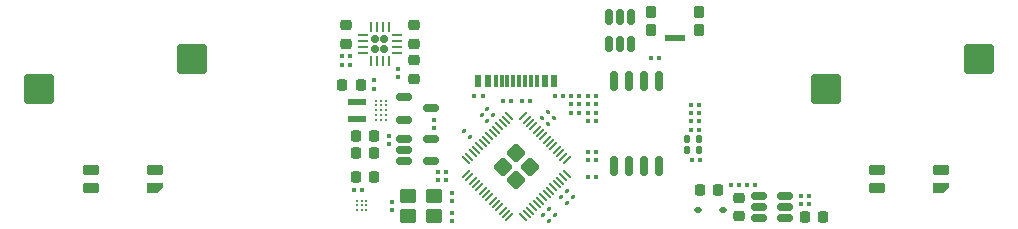
<source format=gbp>
%TF.GenerationSoftware,KiCad,Pcbnew,9.0.3*%
%TF.CreationDate,2025-07-18T01:49:26-04:00*%
%TF.ProjectId,board,626f6172-642e-46b6-9963-61645f706362,rev?*%
%TF.SameCoordinates,Original*%
%TF.FileFunction,Paste,Bot*%
%TF.FilePolarity,Positive*%
%FSLAX46Y46*%
G04 Gerber Fmt 4.6, Leading zero omitted, Abs format (unit mm)*
G04 Created by KiCad (PCBNEW 9.0.3) date 2025-07-18 01:49:26*
%MOMM*%
%LPD*%
G01*
G04 APERTURE LIST*
G04 Aperture macros list*
%AMRoundRect*
0 Rectangle with rounded corners*
0 $1 Rounding radius*
0 $2 $3 $4 $5 $6 $7 $8 $9 X,Y pos of 4 corners*
0 Add a 4 corners polygon primitive as box body*
4,1,4,$2,$3,$4,$5,$6,$7,$8,$9,$2,$3,0*
0 Add four circle primitives for the rounded corners*
1,1,$1+$1,$2,$3*
1,1,$1+$1,$4,$5*
1,1,$1+$1,$6,$7*
1,1,$1+$1,$8,$9*
0 Add four rect primitives between the rounded corners*
20,1,$1+$1,$2,$3,$4,$5,0*
20,1,$1+$1,$4,$5,$6,$7,0*
20,1,$1+$1,$6,$7,$8,$9,0*
20,1,$1+$1,$8,$9,$2,$3,0*%
%AMFreePoly0*
4,1,18,-0.410000,0.593000,-0.403758,0.624380,-0.385983,0.650983,-0.359380,0.668758,-0.328000,0.675000,0.328000,0.675000,0.359380,0.668758,0.385983,0.650983,0.403758,0.624380,0.410000,0.593000,0.410000,-0.593000,0.403758,-0.624380,0.385983,-0.650983,0.359380,-0.668758,0.328000,-0.675000,0.000000,-0.675000,-0.410000,-0.265000,-0.410000,0.593000,-0.410000,0.593000,$1*%
G04 Aperture macros list end*
%ADD10RoundRect,0.250000X-1.025000X-1.000000X1.025000X-1.000000X1.025000X1.000000X-1.025000X1.000000X0*%
%ADD11RoundRect,0.079500X0.100500X-0.079500X0.100500X0.079500X-0.100500X0.079500X-0.100500X-0.079500X0*%
%ADD12RoundRect,0.140000X0.140000X0.170000X-0.140000X0.170000X-0.140000X-0.170000X0.140000X-0.170000X0*%
%ADD13RoundRect,0.079500X-0.079500X-0.100500X0.079500X-0.100500X0.079500X0.100500X-0.079500X0.100500X0*%
%ADD14RoundRect,0.079500X0.079500X0.100500X-0.079500X0.100500X-0.079500X-0.100500X0.079500X-0.100500X0*%
%ADD15RoundRect,0.079500X-0.127279X-0.014849X-0.014849X-0.127279X0.127279X0.014849X0.014849X0.127279X0*%
%ADD16RoundRect,0.079500X0.127279X0.014849X0.014849X0.127279X-0.127279X-0.014849X-0.014849X-0.127279X0*%
%ADD17RoundRect,0.249999X0.558616X0.000000X0.000000X0.558616X-0.558616X0.000000X0.000000X-0.558616X0*%
%ADD18RoundRect,0.050000X0.309359X-0.238649X-0.238649X0.309359X-0.309359X0.238649X0.238649X-0.309359X0*%
%ADD19RoundRect,0.050000X0.309359X0.238649X0.238649X0.309359X-0.309359X-0.238649X-0.238649X-0.309359X0*%
%ADD20RoundRect,0.225000X0.250000X-0.225000X0.250000X0.225000X-0.250000X0.225000X-0.250000X-0.225000X0*%
%ADD21RoundRect,0.218750X-0.256250X0.218750X-0.256250X-0.218750X0.256250X-0.218750X0.256250X0.218750X0*%
%ADD22RoundRect,0.225000X-0.225000X-0.250000X0.225000X-0.250000X0.225000X0.250000X-0.225000X0.250000X0*%
%ADD23RoundRect,0.162500X0.162500X-0.650000X0.162500X0.650000X-0.162500X0.650000X-0.162500X-0.650000X0*%
%ADD24RoundRect,0.079500X-0.100500X0.079500X-0.100500X-0.079500X0.100500X-0.079500X0.100500X0.079500X0*%
%ADD25C,0.270000*%
%ADD26RoundRect,0.225000X0.225000X0.250000X-0.225000X0.250000X-0.225000X-0.250000X0.225000X-0.250000X0*%
%ADD27RoundRect,0.160000X-0.160000X-0.160000X0.160000X-0.160000X0.160000X0.160000X-0.160000X0.160000X0*%
%ADD28RoundRect,0.062500X-0.375000X-0.062500X0.375000X-0.062500X0.375000X0.062500X-0.375000X0.062500X0*%
%ADD29RoundRect,0.062500X-0.062500X-0.375000X0.062500X-0.375000X0.062500X0.375000X-0.062500X0.375000X0*%
%ADD30RoundRect,0.135000X-0.315000X-0.365000X0.315000X-0.365000X0.315000X0.365000X-0.315000X0.365000X0*%
%ADD31RoundRect,0.082500X-0.767500X-0.192500X0.767500X-0.192500X0.767500X0.192500X-0.767500X0.192500X0*%
%ADD32RoundRect,0.250000X-0.450000X-0.350000X0.450000X-0.350000X0.450000X0.350000X-0.450000X0.350000X0*%
%ADD33RoundRect,0.150000X-0.512500X-0.150000X0.512500X-0.150000X0.512500X0.150000X-0.512500X0.150000X0*%
%ADD34RoundRect,0.079500X0.014849X-0.127279X0.127279X-0.014849X-0.014849X0.127279X-0.127279X0.014849X0*%
%ADD35R,0.600000X1.100000*%
%ADD36R,0.300000X1.100000*%
%ADD37RoundRect,0.137500X-0.662500X0.137500X-0.662500X-0.137500X0.662500X-0.137500X0.662500X0.137500X0*%
%ADD38RoundRect,0.150000X0.150000X-0.512500X0.150000X0.512500X-0.150000X0.512500X-0.150000X-0.512500X0*%
%ADD39RoundRect,0.112500X-0.187500X-0.112500X0.187500X-0.112500X0.187500X0.112500X-0.187500X0.112500X0*%
%ADD40RoundRect,0.079500X-0.014849X0.127279X-0.127279X0.014849X0.014849X-0.127279X0.127279X-0.014849X0*%
%ADD41RoundRect,0.082000X0.593000X-0.328000X0.593000X0.328000X-0.593000X0.328000X-0.593000X-0.328000X0*%
%ADD42FreePoly0,90.000000*%
%ADD43RoundRect,0.225000X-0.250000X0.225000X-0.250000X-0.225000X0.250000X-0.225000X0.250000X0.225000X0*%
G04 APERTURE END LIST*
D10*
%TO.C,SW1*%
X22615000Y-27160000D03*
X35542000Y-24620000D03*
%TD*%
%TO.C,SW2*%
X89215000Y-27160000D03*
X102142000Y-24620000D03*
%TD*%
D11*
%TO.C,R21*%
X52200000Y-31845000D03*
X52200000Y-31155000D03*
%TD*%
D12*
%TO.C,C22*%
X78450000Y-32330000D03*
X77490000Y-32330000D03*
%TD*%
D13*
%TO.C,C13*%
X69055000Y-29850000D03*
X69745000Y-29850000D03*
%TD*%
D14*
%TO.C,R19*%
X81850000Y-35250000D03*
X81160000Y-35250000D03*
%TD*%
D13*
%TO.C,C1*%
X69055000Y-29150000D03*
X69745000Y-29150000D03*
%TD*%
D15*
%TO.C,R5*%
X66800000Y-36300000D03*
X67287904Y-36787904D03*
%TD*%
D13*
%TO.C,R8*%
X69055000Y-33200001D03*
X69745000Y-33200001D03*
%TD*%
D16*
%TO.C,R17*%
X60543952Y-29843952D03*
X60056048Y-29356048D03*
%TD*%
D14*
%TO.C,C14*%
X57045000Y-34150000D03*
X56355000Y-34150000D03*
%TD*%
D15*
%TO.C,R18*%
X60551022Y-28861074D03*
X61038926Y-29348978D03*
%TD*%
D13*
%TO.C,C8*%
X67655000Y-27750000D03*
X68345000Y-27750000D03*
%TD*%
D16*
%TO.C,R12*%
X66293952Y-37793952D03*
X65806048Y-37306048D03*
%TD*%
D13*
%TO.C,C9*%
X67655000Y-29150000D03*
X68345000Y-29150000D03*
%TD*%
D14*
%TO.C,C34*%
X49925000Y-35700000D03*
X49235000Y-35700000D03*
%TD*%
D11*
%TO.C,C25*%
X77800000Y-30600000D03*
X77800000Y-29910000D03*
%TD*%
D14*
%TO.C,C10*%
X69745000Y-27750000D03*
X69055000Y-27750000D03*
%TD*%
%TO.C,R16*%
X87795000Y-36200000D03*
X87105000Y-36200000D03*
%TD*%
D17*
%TO.C,U2*%
X63000000Y-34881371D03*
X64131371Y-33750000D03*
X61868629Y-33750000D03*
X63000000Y-32618629D03*
D18*
X67269157Y-34342202D03*
X66986314Y-34625045D03*
X66703472Y-34907887D03*
X66420629Y-35190730D03*
X66137786Y-35473573D03*
X65854944Y-35756415D03*
X65572101Y-36039258D03*
X65289258Y-36322101D03*
X65006415Y-36604944D03*
X64723573Y-36887786D03*
X64440730Y-37170629D03*
X64157887Y-37453472D03*
X63875045Y-37736314D03*
X63592202Y-38019157D03*
D19*
X62407798Y-38019157D03*
X62124955Y-37736314D03*
X61842113Y-37453472D03*
X61559270Y-37170629D03*
X61276427Y-36887786D03*
X60993585Y-36604944D03*
X60710742Y-36322101D03*
X60427899Y-36039258D03*
X60145056Y-35756415D03*
X59862214Y-35473573D03*
X59579371Y-35190730D03*
X59296528Y-34907887D03*
X59013686Y-34625045D03*
X58730843Y-34342202D03*
D18*
X58730843Y-33157798D03*
X59013686Y-32874955D03*
X59296528Y-32592113D03*
X59579371Y-32309270D03*
X59862214Y-32026427D03*
X60145056Y-31743585D03*
X60427899Y-31460742D03*
X60710742Y-31177899D03*
X60993585Y-30895056D03*
X61276427Y-30612214D03*
X61559270Y-30329371D03*
X61842113Y-30046528D03*
X62124955Y-29763686D03*
X62407798Y-29480843D03*
D19*
X63592202Y-29480843D03*
X63875045Y-29763686D03*
X64157887Y-30046528D03*
X64440730Y-30329371D03*
X64723573Y-30612214D03*
X65006415Y-30895056D03*
X65289258Y-31177899D03*
X65572101Y-31460742D03*
X65854944Y-31743585D03*
X66137786Y-32026427D03*
X66420629Y-32309270D03*
X66703472Y-32592113D03*
X66986314Y-32874955D03*
X67269157Y-33157798D03*
%TD*%
D16*
%TO.C,C4*%
X59093952Y-31243952D03*
X58606048Y-30756048D03*
%TD*%
D20*
%TO.C,C17*%
X54299997Y-26275000D03*
X54299997Y-24725000D03*
%TD*%
D13*
%TO.C,C5*%
X69055000Y-34650000D03*
X69745000Y-34650000D03*
%TD*%
D21*
%TO.C,L2*%
X81850000Y-36349999D03*
X81850000Y-37925001D03*
%TD*%
D11*
%TO.C,R1*%
X57580000Y-36680000D03*
X57580000Y-35990000D03*
%TD*%
D22*
%TO.C,C33*%
X49425000Y-34600000D03*
X50975000Y-34600000D03*
%TD*%
D23*
%TO.C,U3*%
X75055000Y-33687500D03*
X73785000Y-33687500D03*
X72515000Y-33687500D03*
X71245000Y-33687500D03*
X71245000Y-26512500D03*
X72515000Y-26512500D03*
X73785000Y-26512500D03*
X75055000Y-26512500D03*
%TD*%
D22*
%TO.C,C35*%
X78525000Y-35700000D03*
X80075000Y-35700000D03*
%TD*%
D14*
%TO.C,R20*%
X83245000Y-35250000D03*
X82555000Y-35250000D03*
%TD*%
D11*
%TO.C,C28*%
X50950000Y-27125000D03*
X50950000Y-26435000D03*
%TD*%
D13*
%TO.C,C3*%
X66255000Y-27750000D03*
X66945000Y-27750000D03*
%TD*%
D24*
%TO.C,C15*%
X57580000Y-37635000D03*
X57580000Y-38325000D03*
%TD*%
D25*
%TO.C,U8*%
X50300000Y-36600000D03*
X49900000Y-36600000D03*
X49500000Y-36600000D03*
X50300000Y-37000000D03*
X49900000Y-37000000D03*
X49500000Y-37000000D03*
X50300000Y-37400000D03*
X49900000Y-37400000D03*
X49500000Y-37400000D03*
%TD*%
D12*
%TO.C,C26*%
X78450000Y-31410000D03*
X77490000Y-31410000D03*
%TD*%
D26*
%TO.C,C29*%
X50975000Y-32600000D03*
X49425000Y-32600000D03*
%TD*%
D27*
%TO.C,U4*%
X51037500Y-22950000D03*
X51037500Y-23750000D03*
X51837500Y-22950000D03*
X51837500Y-23750000D03*
D28*
X50000000Y-24100000D03*
X50000000Y-23600000D03*
X50000000Y-23100000D03*
X50000000Y-22600000D03*
D29*
X50687500Y-21912500D03*
X51187500Y-21912500D03*
X51687500Y-21912500D03*
X52187500Y-21912500D03*
D28*
X52875000Y-22600000D03*
X52875000Y-23100000D03*
X52875000Y-23600000D03*
X52875000Y-24100000D03*
D29*
X52187500Y-24787500D03*
X51687500Y-24787500D03*
X51187500Y-24787500D03*
X50687500Y-24787500D03*
%TD*%
D20*
%TO.C,C21*%
X48575001Y-23324999D03*
X48575001Y-21774999D03*
%TD*%
D13*
%TO.C,R10*%
X48255000Y-25100000D03*
X48945000Y-25100000D03*
%TD*%
D30*
%TO.C,SW3*%
X74400001Y-22200000D03*
X78499999Y-22200000D03*
X74400001Y-20600000D03*
X78499999Y-20600000D03*
D31*
X76450000Y-22825000D03*
%TD*%
D14*
%TO.C,C6*%
X60145000Y-27750000D03*
X59455000Y-27750000D03*
%TD*%
D32*
%TO.C,Y1*%
X53850000Y-36250000D03*
X56050000Y-36250000D03*
X56050000Y-37950000D03*
X53850000Y-37950000D03*
%TD*%
D11*
%TO.C,C23*%
X78500000Y-30595000D03*
X78500000Y-29905000D03*
%TD*%
D14*
%TO.C,C19*%
X75075000Y-24550000D03*
X74385000Y-24550000D03*
%TD*%
%TO.C,R3*%
X62545000Y-28200000D03*
X61855000Y-28200000D03*
%TD*%
D13*
%TO.C,R13*%
X77805000Y-29200000D03*
X78495000Y-29200000D03*
%TD*%
D14*
%TO.C,C32*%
X87795000Y-36900000D03*
X87105000Y-36900000D03*
%TD*%
D16*
%TO.C,R4*%
X67787904Y-36287904D03*
X67300000Y-35800000D03*
%TD*%
D33*
%TO.C,U9*%
X53500000Y-33249999D03*
X53500000Y-32300000D03*
X53500000Y-31350001D03*
X55775000Y-31350001D03*
X55775000Y-33249999D03*
%TD*%
D11*
%TO.C,R22*%
X56050000Y-30445000D03*
X56050000Y-29755000D03*
%TD*%
D13*
%TO.C,C12*%
X67655000Y-28450000D03*
X68345000Y-28450000D03*
%TD*%
D14*
%TO.C,C11*%
X69745000Y-28450000D03*
X69055000Y-28450000D03*
%TD*%
D13*
%TO.C,R9*%
X69055000Y-32500005D03*
X69745000Y-32500005D03*
%TD*%
D14*
%TO.C,C2*%
X57045000Y-34850000D03*
X56355000Y-34850000D03*
%TD*%
D34*
%TO.C,R6*%
X65681023Y-30088927D03*
X66168927Y-29601023D03*
%TD*%
D35*
%TO.C,J1*%
X59800000Y-26450000D03*
X60600000Y-26450000D03*
D36*
X61750000Y-26450000D03*
X62750000Y-26450000D03*
X63250000Y-26450000D03*
X64250000Y-26450000D03*
D35*
X66200000Y-26450000D03*
X65400000Y-26450000D03*
D36*
X64750000Y-26450000D03*
X63750000Y-26450000D03*
X62250000Y-26450000D03*
X61250000Y-26450000D03*
%TD*%
D33*
%TO.C,U5*%
X53502500Y-29749999D03*
X53502500Y-27850001D03*
X55777500Y-28800000D03*
%TD*%
D26*
%TO.C,C31*%
X88975000Y-37975000D03*
X87425000Y-37975000D03*
%TD*%
D14*
%TO.C,R11*%
X48945000Y-24400000D03*
X48255000Y-24400000D03*
%TD*%
D26*
%TO.C,C27*%
X49825000Y-26800000D03*
X48275000Y-26800000D03*
%TD*%
D37*
%TO.C,L1*%
X49537498Y-28225002D03*
X49537498Y-29675000D03*
%TD*%
D38*
%TO.C,U1*%
X72712500Y-23350000D03*
X71762501Y-23350000D03*
X70812502Y-23350000D03*
X70812502Y-21075000D03*
X71762501Y-21075000D03*
X72712500Y-21075000D03*
%TD*%
D11*
%TO.C,C16*%
X52500000Y-37445001D03*
X52500000Y-36755001D03*
%TD*%
D15*
%TO.C,C7*%
X65279774Y-37829774D03*
X65767678Y-38317678D03*
%TD*%
D13*
%TO.C,R14*%
X77805000Y-28500000D03*
X78495000Y-28500000D03*
%TD*%
D33*
%TO.C,U7*%
X83512500Y-38099999D03*
X83512500Y-37150000D03*
X83512500Y-36200001D03*
X85787500Y-36200001D03*
X85787500Y-37150000D03*
X85787500Y-38099999D03*
%TD*%
D25*
%TO.C,U6*%
X51937500Y-28150000D03*
X51537500Y-28150001D03*
X51137500Y-28150000D03*
X51937500Y-28550000D03*
X51537500Y-28550000D03*
X51137500Y-28550000D03*
X51937500Y-28950000D03*
X51537500Y-28950000D03*
X51137500Y-28950000D03*
X51937500Y-29350000D03*
X51537500Y-29350000D03*
X51137500Y-29350000D03*
X51937500Y-29750000D03*
X51537500Y-29749999D03*
X51137500Y-29750000D03*
%TD*%
D39*
%TO.C,D3*%
X78425000Y-37400000D03*
X80525000Y-37400000D03*
%TD*%
D40*
%TO.C,R7*%
X65673952Y-29106048D03*
X65186048Y-29593952D03*
%TD*%
D14*
%TO.C,R2*%
X64145000Y-28200000D03*
X63455000Y-28200000D03*
%TD*%
D41*
%TO.C,D1*%
X26950000Y-34000000D03*
X26950000Y-35500000D03*
X32400000Y-34000000D03*
D42*
X32400000Y-35500000D03*
%TD*%
D11*
%TO.C,C18*%
X52950000Y-26145000D03*
X52950000Y-25455000D03*
%TD*%
D14*
%TO.C,C24*%
X78525000Y-33150000D03*
X77835000Y-33150000D03*
%TD*%
D26*
%TO.C,C30*%
X50975000Y-31100000D03*
X49425000Y-31100000D03*
%TD*%
D41*
%TO.C,D2*%
X93550000Y-34000000D03*
X93550000Y-35500000D03*
X99000000Y-34000000D03*
D42*
X99000000Y-35500000D03*
%TD*%
D43*
%TO.C,C20*%
X54300000Y-21774999D03*
X54300000Y-23324999D03*
%TD*%
M02*

</source>
